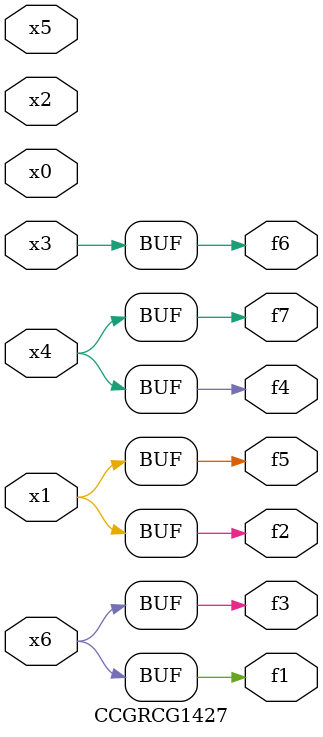
<source format=v>
module CCGRCG1427(
	input x0, x1, x2, x3, x4, x5, x6,
	output f1, f2, f3, f4, f5, f6, f7
);
	assign f1 = x6;
	assign f2 = x1;
	assign f3 = x6;
	assign f4 = x4;
	assign f5 = x1;
	assign f6 = x3;
	assign f7 = x4;
endmodule

</source>
